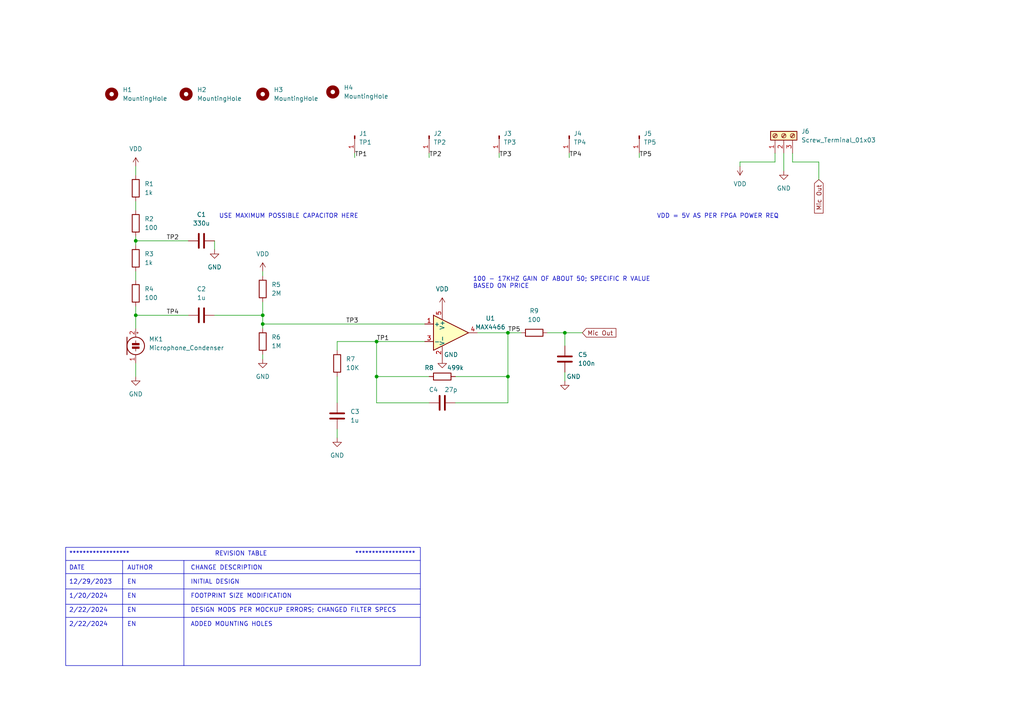
<source format=kicad_sch>
(kicad_sch (version 20230121) (generator eeschema)

  (uuid 571519de-2eb8-4552-bf3a-b048993b617b)

  (paper "A4")

  (title_block
    (title "MICROPHONE SCHEMATIC")
    (rev "D")
    (company "LNVD")
    (comment 1 "AUTHOR: EVAN NEWELL")
  )

  (lib_symbols
    (symbol "Amplifier_Operational:TSV911RILT" (pin_names (offset 0.127)) (in_bom yes) (on_board yes)
      (property "Reference" "U1" (at 11.43 4.1909 0)
        (effects (font (size 1.27 1.27)))
      )
      (property "Value" "MAX4466" (at 11.43 1.6509 0)
        (effects (font (size 1.27 1.27)))
      )
      (property "Footprint" "Library:Mic_Op_Amp" (at 0 0 0)
        (effects (font (size 1.27 1.27)) hide)
      )
      (property "Datasheet" "chrome-extension://efaidnbmnnnibpcajpcglclefindmkaj/https://www.analog.com/media/en/technical-documentation/data-sheets/max4465-max4469.pdf" (at 0 5.08 0)
        (effects (font (size 1.27 1.27)) hide)
      )
      (property "Digikey Part #" "MAX4466EXK+T" (at 0 0 0)
        (effects (font (size 1.27 1.27)) hide)
      )
      (property "Price" "$0.90" (at 0 0 0)
        (effects (font (size 1.27 1.27)) hide)
      )
      (property "ki_keywords" "single opamp" (at 0 0 0)
        (effects (font (size 1.27 1.27)) hide)
      )
      (property "ki_description" "Single rail-to-rail input/output 8 MHz operational amplifiers, SOT-23-5" (at 0 0 0)
        (effects (font (size 1.27 1.27)) hide)
      )
      (property "ki_fp_filters" "SOT?23*" (at 0 0 0)
        (effects (font (size 1.27 1.27)) hide)
      )
      (symbol "TSV911RILT_0_1"
        (polyline
          (pts
            (xy -5.08 5.08)
            (xy 5.08 0)
            (xy -5.08 -5.08)
            (xy -5.08 5.08)
          )
          (stroke (width 0.254) (type default))
          (fill (type background))
        )
      )
      (symbol "TSV911RILT_1_1"
        (pin input line (at -7.62 2.54 0) (length 2.54)
          (name "+" (effects (font (size 1.27 1.27))))
          (number "1" (effects (font (size 1.27 1.27))))
        )
        (pin power_in line (at -2.54 -7.62 90) (length 3.81)
          (name "V-" (effects (font (size 1.27 1.27))))
          (number "2" (effects (font (size 1.27 1.27))))
        )
        (pin input line (at -7.62 -2.54 0) (length 2.54)
          (name "-" (effects (font (size 1.27 1.27))))
          (number "3" (effects (font (size 1.27 1.27))))
        )
        (pin output line (at 7.62 0 180) (length 2.54)
          (name "~" (effects (font (size 1.27 1.27))))
          (number "4" (effects (font (size 1.27 1.27))))
        )
        (pin power_in line (at -2.54 7.62 270) (length 3.81)
          (name "V+" (effects (font (size 1.27 1.27))))
          (number "5" (effects (font (size 1.27 1.27))))
        )
      )
    )
    (symbol "Connector:Conn_01x01_Pin" (pin_names (offset 1.016) hide) (in_bom yes) (on_board yes)
      (property "Reference" "J" (at 0 2.54 0)
        (effects (font (size 1.27 1.27)))
      )
      (property "Value" "Conn_01x01_Pin" (at 0 -2.54 0)
        (effects (font (size 1.27 1.27)))
      )
      (property "Footprint" "" (at 0 0 0)
        (effects (font (size 1.27 1.27)) hide)
      )
      (property "Datasheet" "~" (at 0 0 0)
        (effects (font (size 1.27 1.27)) hide)
      )
      (property "ki_locked" "" (at 0 0 0)
        (effects (font (size 1.27 1.27)))
      )
      (property "ki_keywords" "connector" (at 0 0 0)
        (effects (font (size 1.27 1.27)) hide)
      )
      (property "ki_description" "Generic connector, single row, 01x01, script generated" (at 0 0 0)
        (effects (font (size 1.27 1.27)) hide)
      )
      (property "ki_fp_filters" "Connector*:*_1x??_*" (at 0 0 0)
        (effects (font (size 1.27 1.27)) hide)
      )
      (symbol "Conn_01x01_Pin_1_1"
        (polyline
          (pts
            (xy 1.27 0)
            (xy 0.8636 0)
          )
          (stroke (width 0.1524) (type default))
          (fill (type none))
        )
        (rectangle (start 0.8636 0.127) (end 0 -0.127)
          (stroke (width 0.1524) (type default))
          (fill (type outline))
        )
        (pin passive line (at 5.08 0 180) (length 3.81)
          (name "Pin_1" (effects (font (size 1.27 1.27))))
          (number "1" (effects (font (size 1.27 1.27))))
        )
      )
    )
    (symbol "Connector:Screw_Terminal_01x03" (pin_names (offset 1.016) hide) (in_bom yes) (on_board yes)
      (property "Reference" "J" (at 0 5.08 0)
        (effects (font (size 1.27 1.27)))
      )
      (property "Value" "Screw_Terminal_01x03" (at 0 -5.08 0)
        (effects (font (size 1.27 1.27)))
      )
      (property "Footprint" "" (at 0 0 0)
        (effects (font (size 1.27 1.27)) hide)
      )
      (property "Datasheet" "~" (at 0 0 0)
        (effects (font (size 1.27 1.27)) hide)
      )
      (property "ki_keywords" "screw terminal" (at 0 0 0)
        (effects (font (size 1.27 1.27)) hide)
      )
      (property "ki_description" "Generic screw terminal, single row, 01x03, script generated (kicad-library-utils/schlib/autogen/connector/)" (at 0 0 0)
        (effects (font (size 1.27 1.27)) hide)
      )
      (property "ki_fp_filters" "TerminalBlock*:*" (at 0 0 0)
        (effects (font (size 1.27 1.27)) hide)
      )
      (symbol "Screw_Terminal_01x03_1_1"
        (rectangle (start -1.27 3.81) (end 1.27 -3.81)
          (stroke (width 0.254) (type default))
          (fill (type background))
        )
        (circle (center 0 -2.54) (radius 0.635)
          (stroke (width 0.1524) (type default))
          (fill (type none))
        )
        (polyline
          (pts
            (xy -0.5334 -2.2098)
            (xy 0.3302 -3.048)
          )
          (stroke (width 0.1524) (type default))
          (fill (type none))
        )
        (polyline
          (pts
            (xy -0.5334 0.3302)
            (xy 0.3302 -0.508)
          )
          (stroke (width 0.1524) (type default))
          (fill (type none))
        )
        (polyline
          (pts
            (xy -0.5334 2.8702)
            (xy 0.3302 2.032)
          )
          (stroke (width 0.1524) (type default))
          (fill (type none))
        )
        (polyline
          (pts
            (xy -0.3556 -2.032)
            (xy 0.508 -2.8702)
          )
          (stroke (width 0.1524) (type default))
          (fill (type none))
        )
        (polyline
          (pts
            (xy -0.3556 0.508)
            (xy 0.508 -0.3302)
          )
          (stroke (width 0.1524) (type default))
          (fill (type none))
        )
        (polyline
          (pts
            (xy -0.3556 3.048)
            (xy 0.508 2.2098)
          )
          (stroke (width 0.1524) (type default))
          (fill (type none))
        )
        (circle (center 0 0) (radius 0.635)
          (stroke (width 0.1524) (type default))
          (fill (type none))
        )
        (circle (center 0 2.54) (radius 0.635)
          (stroke (width 0.1524) (type default))
          (fill (type none))
        )
        (pin passive line (at -5.08 2.54 0) (length 3.81)
          (name "Pin_1" (effects (font (size 1.27 1.27))))
          (number "1" (effects (font (size 1.27 1.27))))
        )
        (pin passive line (at -5.08 0 0) (length 3.81)
          (name "Pin_2" (effects (font (size 1.27 1.27))))
          (number "2" (effects (font (size 1.27 1.27))))
        )
        (pin passive line (at -5.08 -2.54 0) (length 3.81)
          (name "Pin_3" (effects (font (size 1.27 1.27))))
          (number "3" (effects (font (size 1.27 1.27))))
        )
      )
    )
    (symbol "Device:C" (pin_numbers hide) (pin_names (offset 0.254)) (in_bom yes) (on_board yes)
      (property "Reference" "C" (at 0.635 2.54 0)
        (effects (font (size 1.27 1.27)) (justify left))
      )
      (property "Value" "C" (at 0.635 -2.54 0)
        (effects (font (size 1.27 1.27)) (justify left))
      )
      (property "Footprint" "" (at 0.9652 -3.81 0)
        (effects (font (size 1.27 1.27)) hide)
      )
      (property "Datasheet" "~" (at 0 0 0)
        (effects (font (size 1.27 1.27)) hide)
      )
      (property "ki_keywords" "cap capacitor" (at 0 0 0)
        (effects (font (size 1.27 1.27)) hide)
      )
      (property "ki_description" "Unpolarized capacitor" (at 0 0 0)
        (effects (font (size 1.27 1.27)) hide)
      )
      (property "ki_fp_filters" "C_*" (at 0 0 0)
        (effects (font (size 1.27 1.27)) hide)
      )
      (symbol "C_0_1"
        (polyline
          (pts
            (xy -2.032 -0.762)
            (xy 2.032 -0.762)
          )
          (stroke (width 0.508) (type default))
          (fill (type none))
        )
        (polyline
          (pts
            (xy -2.032 0.762)
            (xy 2.032 0.762)
          )
          (stroke (width 0.508) (type default))
          (fill (type none))
        )
      )
      (symbol "C_1_1"
        (pin passive line (at 0 3.81 270) (length 2.794)
          (name "~" (effects (font (size 1.27 1.27))))
          (number "1" (effects (font (size 1.27 1.27))))
        )
        (pin passive line (at 0 -3.81 90) (length 2.794)
          (name "~" (effects (font (size 1.27 1.27))))
          (number "2" (effects (font (size 1.27 1.27))))
        )
      )
    )
    (symbol "Device:Microphone_Condenser" (pin_names (offset 0.0254) hide) (in_bom yes) (on_board yes)
      (property "Reference" "MK" (at -3.302 1.27 0)
        (effects (font (size 1.27 1.27)) (justify right))
      )
      (property "Value" "Microphone_Condenser" (at -3.302 -0.635 0)
        (effects (font (size 1.27 1.27)) (justify right))
      )
      (property "Footprint" "" (at 0 2.54 90)
        (effects (font (size 1.27 1.27)) hide)
      )
      (property "Datasheet" "~" (at 0 2.54 90)
        (effects (font (size 1.27 1.27)) hide)
      )
      (property "ki_keywords" "capacitance condenser microphone" (at 0 0 0)
        (effects (font (size 1.27 1.27)) hide)
      )
      (property "ki_description" "Condenser microphone" (at 0 0 0)
        (effects (font (size 1.27 1.27)) hide)
      )
      (symbol "Microphone_Condenser_0_1"
        (polyline
          (pts
            (xy -2.54 2.54)
            (xy -2.54 -2.54)
          )
          (stroke (width 0.254) (type default))
          (fill (type none))
        )
        (polyline
          (pts
            (xy 0 -0.762)
            (xy 0 -1.524)
          )
          (stroke (width 0) (type default))
          (fill (type none))
        )
        (polyline
          (pts
            (xy 0 0.762)
            (xy 0 1.524)
          )
          (stroke (width 0) (type default))
          (fill (type none))
        )
        (polyline
          (pts
            (xy 0.254 3.81)
            (xy 0.762 3.81)
          )
          (stroke (width 0) (type default))
          (fill (type none))
        )
        (polyline
          (pts
            (xy 0.508 4.064)
            (xy 0.508 3.556)
          )
          (stroke (width 0) (type default))
          (fill (type none))
        )
        (circle (center 0 0) (radius 2.54)
          (stroke (width 0.254) (type default))
          (fill (type none))
        )
        (rectangle (start 1.016 -0.254) (end -1.016 -0.762)
          (stroke (width 0) (type default))
          (fill (type outline))
        )
        (rectangle (start 1.016 0.762) (end -1.016 0.254)
          (stroke (width 0) (type default))
          (fill (type outline))
        )
      )
      (symbol "Microphone_Condenser_1_1"
        (pin passive line (at 0 -5.08 90) (length 2.54)
          (name "-" (effects (font (size 1.27 1.27))))
          (number "1" (effects (font (size 1.27 1.27))))
        )
        (pin passive line (at 0 5.08 270) (length 2.54)
          (name "+" (effects (font (size 1.27 1.27))))
          (number "2" (effects (font (size 1.27 1.27))))
        )
      )
    )
    (symbol "Device:R" (pin_numbers hide) (pin_names (offset 0)) (in_bom yes) (on_board yes)
      (property "Reference" "R" (at 2.032 0 90)
        (effects (font (size 1.27 1.27)))
      )
      (property "Value" "R" (at 0 0 90)
        (effects (font (size 1.27 1.27)))
      )
      (property "Footprint" "" (at -1.778 0 90)
        (effects (font (size 1.27 1.27)) hide)
      )
      (property "Datasheet" "~" (at 0 0 0)
        (effects (font (size 1.27 1.27)) hide)
      )
      (property "ki_keywords" "R res resistor" (at 0 0 0)
        (effects (font (size 1.27 1.27)) hide)
      )
      (property "ki_description" "Resistor" (at 0 0 0)
        (effects (font (size 1.27 1.27)) hide)
      )
      (property "ki_fp_filters" "R_*" (at 0 0 0)
        (effects (font (size 1.27 1.27)) hide)
      )
      (symbol "R_0_1"
        (rectangle (start -1.016 -2.54) (end 1.016 2.54)
          (stroke (width 0.254) (type default))
          (fill (type none))
        )
      )
      (symbol "R_1_1"
        (pin passive line (at 0 3.81 270) (length 1.27)
          (name "~" (effects (font (size 1.27 1.27))))
          (number "1" (effects (font (size 1.27 1.27))))
        )
        (pin passive line (at 0 -3.81 90) (length 1.27)
          (name "~" (effects (font (size 1.27 1.27))))
          (number "2" (effects (font (size 1.27 1.27))))
        )
      )
    )
    (symbol "Mechanical:MountingHole" (pin_names (offset 1.016)) (in_bom yes) (on_board yes)
      (property "Reference" "H" (at 0 5.08 0)
        (effects (font (size 1.27 1.27)))
      )
      (property "Value" "MountingHole" (at 0 3.175 0)
        (effects (font (size 1.27 1.27)))
      )
      (property "Footprint" "" (at 0 0 0)
        (effects (font (size 1.27 1.27)) hide)
      )
      (property "Datasheet" "~" (at 0 0 0)
        (effects (font (size 1.27 1.27)) hide)
      )
      (property "ki_keywords" "mounting hole" (at 0 0 0)
        (effects (font (size 1.27 1.27)) hide)
      )
      (property "ki_description" "Mounting Hole without connection" (at 0 0 0)
        (effects (font (size 1.27 1.27)) hide)
      )
      (property "ki_fp_filters" "MountingHole*" (at 0 0 0)
        (effects (font (size 1.27 1.27)) hide)
      )
      (symbol "MountingHole_0_1"
        (circle (center 0 0) (radius 1.27)
          (stroke (width 1.27) (type default))
          (fill (type none))
        )
      )
    )
    (symbol "power:GND" (power) (pin_names (offset 0)) (in_bom yes) (on_board yes)
      (property "Reference" "#PWR" (at 0 -6.35 0)
        (effects (font (size 1.27 1.27)) hide)
      )
      (property "Value" "GND" (at 0 -3.81 0)
        (effects (font (size 1.27 1.27)))
      )
      (property "Footprint" "" (at 0 0 0)
        (effects (font (size 1.27 1.27)) hide)
      )
      (property "Datasheet" "" (at 0 0 0)
        (effects (font (size 1.27 1.27)) hide)
      )
      (property "ki_keywords" "global power" (at 0 0 0)
        (effects (font (size 1.27 1.27)) hide)
      )
      (property "ki_description" "Power symbol creates a global label with name \"GND\" , ground" (at 0 0 0)
        (effects (font (size 1.27 1.27)) hide)
      )
      (symbol "GND_0_1"
        (polyline
          (pts
            (xy 0 0)
            (xy 0 -1.27)
            (xy 1.27 -1.27)
            (xy 0 -2.54)
            (xy -1.27 -1.27)
            (xy 0 -1.27)
          )
          (stroke (width 0) (type default))
          (fill (type none))
        )
      )
      (symbol "GND_1_1"
        (pin power_in line (at 0 0 270) (length 0) hide
          (name "GND" (effects (font (size 1.27 1.27))))
          (number "1" (effects (font (size 1.27 1.27))))
        )
      )
    )
    (symbol "power:VDD" (power) (pin_names (offset 0)) (in_bom yes) (on_board yes)
      (property "Reference" "#PWR" (at 0 -3.81 0)
        (effects (font (size 1.27 1.27)) hide)
      )
      (property "Value" "VDD" (at 0 3.81 0)
        (effects (font (size 1.27 1.27)))
      )
      (property "Footprint" "" (at 0 0 0)
        (effects (font (size 1.27 1.27)) hide)
      )
      (property "Datasheet" "" (at 0 0 0)
        (effects (font (size 1.27 1.27)) hide)
      )
      (property "ki_keywords" "global power" (at 0 0 0)
        (effects (font (size 1.27 1.27)) hide)
      )
      (property "ki_description" "Power symbol creates a global label with name \"VDD\"" (at 0 0 0)
        (effects (font (size 1.27 1.27)) hide)
      )
      (symbol "VDD_0_1"
        (polyline
          (pts
            (xy -0.762 1.27)
            (xy 0 2.54)
          )
          (stroke (width 0) (type default))
          (fill (type none))
        )
        (polyline
          (pts
            (xy 0 0)
            (xy 0 2.54)
          )
          (stroke (width 0) (type default))
          (fill (type none))
        )
        (polyline
          (pts
            (xy 0 2.54)
            (xy 0.762 1.27)
          )
          (stroke (width 0) (type default))
          (fill (type none))
        )
      )
      (symbol "VDD_1_1"
        (pin power_in line (at 0 0 90) (length 0) hide
          (name "VDD" (effects (font (size 1.27 1.27))))
          (number "1" (effects (font (size 1.27 1.27))))
        )
      )
    )
  )

  (junction (at 39.37 91.44) (diameter 0) (color 0 0 0 0)
    (uuid 2f56f7c9-394f-4255-802a-1e0694fde849)
  )
  (junction (at 39.37 69.85) (diameter 0) (color 0 0 0 0)
    (uuid 589e516c-c88d-4e51-ab9f-a88c2bfd3a15)
  )
  (junction (at 109.22 109.22) (diameter 0) (color 0 0 0 0)
    (uuid 6eaa23c2-72ab-4211-a46a-65e526106bd9)
  )
  (junction (at 147.32 96.52) (diameter 0) (color 0 0 0 0)
    (uuid 9d6e953f-d34a-4592-8628-e11865b5a1be)
  )
  (junction (at 147.32 109.22) (diameter 0) (color 0 0 0 0)
    (uuid ca528db7-21d0-46c7-bb86-dcf005610b07)
  )
  (junction (at 76.2 91.44) (diameter 0) (color 0 0 0 0)
    (uuid cdb7ab73-1195-46a1-9a97-92f7a2f0bbee)
  )
  (junction (at 109.22 99.06) (diameter 0) (color 0 0 0 0)
    (uuid d7cdf9c1-6e75-4c05-93a5-b5735f32ecc1)
  )
  (junction (at 163.83 96.52) (diameter 0) (color 0 0 0 0)
    (uuid ea54582b-4a74-4918-aff1-b0b4e0273c3f)
  )
  (junction (at 76.2 93.98) (diameter 0) (color 0 0 0 0)
    (uuid f8499a2c-e379-435a-8705-336e722e69aa)
  )

  (wire (pts (xy 39.37 78.74) (xy 39.37 81.28))
    (stroke (width 0) (type default))
    (uuid 058fb24e-6228-4d00-bcf3-8481b6000148)
  )
  (wire (pts (xy 237.49 52.07) (xy 237.49 46.99))
    (stroke (width 0) (type default))
    (uuid 0a4166fb-1fc7-466d-bda5-1b201a8dea47)
  )
  (wire (pts (xy 109.22 99.06) (xy 123.19 99.06))
    (stroke (width 0) (type default))
    (uuid 0acbd19d-d772-46af-b753-2e89e394b631)
  )
  (wire (pts (xy 76.2 93.98) (xy 123.19 93.98))
    (stroke (width 0) (type default))
    (uuid 0b78a5d2-6936-40b1-be79-53cefa7345dc)
  )
  (polyline (pts (xy 53.34 162.56) (xy 53.34 193.04))
    (stroke (width 0) (type default))
    (uuid 0c436b25-cc4e-4814-8784-aa93cd99f9a7)
  )

  (wire (pts (xy 62.23 72.39) (xy 62.23 69.85))
    (stroke (width 0) (type default))
    (uuid 10124c87-80d7-49fd-b89d-619c7de5c06e)
  )
  (polyline (pts (xy 19.05 166.37) (xy 121.92 166.37))
    (stroke (width 0) (type default))
    (uuid 21ba456d-6802-409c-a824-3c5765aeaf4c)
  )

  (wire (pts (xy 39.37 88.9) (xy 39.37 91.44))
    (stroke (width 0) (type default))
    (uuid 26a948c0-3034-4405-9fe3-ccb47055d4de)
  )
  (wire (pts (xy 163.83 96.52) (xy 168.91 96.52))
    (stroke (width 0) (type default))
    (uuid 2ace1c2e-59ec-42f0-baf6-fdb5b14dd5a2)
  )
  (wire (pts (xy 124.46 116.84) (xy 109.22 116.84))
    (stroke (width 0) (type default))
    (uuid 38c2a51a-ce5b-446c-97e1-b7f5836ca04e)
  )
  (wire (pts (xy 214.63 46.99) (xy 214.63 48.26))
    (stroke (width 0) (type default))
    (uuid 3c452847-4d96-4cee-9c78-a41b87ec8ec3)
  )
  (wire (pts (xy 76.2 104.14) (xy 76.2 102.87))
    (stroke (width 0) (type default))
    (uuid 3ce5a339-d126-4bfa-9c47-9aba9a9ab628)
  )
  (wire (pts (xy 151.13 96.52) (xy 147.32 96.52))
    (stroke (width 0) (type default))
    (uuid 49c70d29-ef6b-40a8-9f6c-000ada0f8597)
  )
  (wire (pts (xy 39.37 69.85) (xy 39.37 71.12))
    (stroke (width 0) (type default))
    (uuid 50461457-d2ac-47b6-9413-76928b8c300b)
  )
  (wire (pts (xy 144.78 45.72) (xy 144.78 44.45))
    (stroke (width 0) (type default))
    (uuid 5d1e75d9-ab19-45c0-bf05-9931754e5cc1)
  )
  (wire (pts (xy 109.22 109.22) (xy 124.46 109.22))
    (stroke (width 0) (type default))
    (uuid 5ea7ba68-c87a-41dc-8b42-2e7fd6ea8945)
  )
  (wire (pts (xy 224.79 46.99) (xy 224.79 44.45))
    (stroke (width 0) (type default))
    (uuid 66ab87f1-a3b1-4cd0-b942-dd58e1b890a1)
  )
  (wire (pts (xy 76.2 93.98) (xy 76.2 95.25))
    (stroke (width 0) (type default))
    (uuid 695c3065-392b-4c98-ac80-5394bccb4d0e)
  )
  (wire (pts (xy 147.32 109.22) (xy 132.08 109.22))
    (stroke (width 0) (type default))
    (uuid 6a7c7d02-31ea-405b-b55a-dcad3da7d4ea)
  )
  (wire (pts (xy 39.37 48.26) (xy 39.37 50.8))
    (stroke (width 0) (type default))
    (uuid 6b2219b8-97f6-4470-8b57-33d1319ccb8f)
  )
  (wire (pts (xy 147.32 116.84) (xy 147.32 109.22))
    (stroke (width 0) (type default))
    (uuid 6ce831eb-899c-4036-9ae9-6623e26a3add)
  )
  (wire (pts (xy 147.32 96.52) (xy 147.32 109.22))
    (stroke (width 0) (type default))
    (uuid 813eca34-7196-4baf-ab52-4d6289c4bf0e)
  )
  (wire (pts (xy 138.43 96.52) (xy 147.32 96.52))
    (stroke (width 0) (type default))
    (uuid 8215cad1-5e0d-43cc-a78d-e998c598acc8)
  )
  (wire (pts (xy 124.46 45.72) (xy 124.46 44.45))
    (stroke (width 0) (type default))
    (uuid 83271716-aa57-4709-a50b-ef3356ac48fd)
  )
  (wire (pts (xy 97.79 101.6) (xy 97.79 99.06))
    (stroke (width 0) (type default))
    (uuid 916f536d-00f6-439c-99a5-35edeae8fdd1)
  )
  (wire (pts (xy 97.79 127) (xy 97.79 124.46))
    (stroke (width 0) (type default))
    (uuid 92b970c3-1be4-4f52-8b1e-189027fae94f)
  )
  (wire (pts (xy 214.63 46.99) (xy 224.79 46.99))
    (stroke (width 0) (type default))
    (uuid 92ccabc5-adf3-4e29-8997-e2222a523d1a)
  )
  (wire (pts (xy 109.22 99.06) (xy 109.22 109.22))
    (stroke (width 0) (type default))
    (uuid 972cfbdf-6bbe-4e5e-a519-9b7c9bfdc946)
  )
  (wire (pts (xy 163.83 96.52) (xy 163.83 100.33))
    (stroke (width 0) (type default))
    (uuid 97b575fb-4f42-4986-b0f4-bdc7f3d37c46)
  )
  (wire (pts (xy 39.37 109.22) (xy 39.37 105.41))
    (stroke (width 0) (type default))
    (uuid 9872d244-dd0f-40f7-be45-60e1df9b3b2c)
  )
  (wire (pts (xy 132.08 116.84) (xy 147.32 116.84))
    (stroke (width 0) (type default))
    (uuid 9b9237c3-8f83-4146-82b8-c71a618ab728)
  )
  (polyline (pts (xy 19.05 162.56) (xy 121.92 162.56))
    (stroke (width 0) (type default))
    (uuid 9bb3661c-aacd-4dd4-8a9d-7151c9e00f5b)
  )

  (wire (pts (xy 76.2 87.63) (xy 76.2 91.44))
    (stroke (width 0) (type default))
    (uuid 9ee69d0a-f3e0-4f21-a885-5d29a3dda0d8)
  )
  (wire (pts (xy 39.37 68.58) (xy 39.37 69.85))
    (stroke (width 0) (type default))
    (uuid a38153b3-e05e-4e9e-93d8-e247d19f7e22)
  )
  (wire (pts (xy 39.37 58.42) (xy 39.37 60.96))
    (stroke (width 0) (type default))
    (uuid a442eca6-3b99-4e31-9a05-771e3cbdea93)
  )
  (polyline (pts (xy 19.05 175.26) (xy 121.92 175.26))
    (stroke (width 0) (type default))
    (uuid a4d2d666-e994-4be6-95ad-75a80a4f22a0)
  )
  (polyline (pts (xy 35.56 162.56) (xy 35.56 193.04))
    (stroke (width 0) (type default))
    (uuid a9c77a76-2b59-42b5-9c3a-2a5f4ec1fee0)
  )
  (polyline (pts (xy 19.05 179.07) (xy 121.92 179.07))
    (stroke (width 0) (type default))
    (uuid abb03ba4-c1a4-4305-8642-17df15f3026b)
  )
  (polyline (pts (xy 19.05 170.815) (xy 121.92 170.815))
    (stroke (width 0) (type default))
    (uuid b0083fa7-d874-45bf-bbe6-9ef1a899bb4e)
  )

  (wire (pts (xy 227.33 49.53) (xy 227.33 44.45))
    (stroke (width 0) (type default))
    (uuid b9161542-a5bb-4209-8a75-0aa67201e924)
  )
  (wire (pts (xy 39.37 91.44) (xy 39.37 95.25))
    (stroke (width 0) (type default))
    (uuid bc68ef61-6d78-4e10-b2f1-3d0c9d7f9b8b)
  )
  (wire (pts (xy 163.83 110.49) (xy 163.83 107.95))
    (stroke (width 0) (type default))
    (uuid bf2aff6c-59b2-4bac-86f2-60bc9adb2fe8)
  )
  (wire (pts (xy 165.1 45.72) (xy 165.1 44.45))
    (stroke (width 0) (type default))
    (uuid c1aec1c3-41fa-4029-9755-5d75d86d5d9c)
  )
  (wire (pts (xy 237.49 46.99) (xy 229.87 46.99))
    (stroke (width 0) (type default))
    (uuid c201a823-b1bd-4b1e-b449-b07c3d32088e)
  )
  (wire (pts (xy 76.2 78.74) (xy 76.2 80.01))
    (stroke (width 0) (type default))
    (uuid c8d9d2c4-88a3-4dfb-9ac8-2ed55bfc8bd0)
  )
  (wire (pts (xy 39.37 91.44) (xy 54.61 91.44))
    (stroke (width 0) (type default))
    (uuid cce14976-2f45-4b1d-baab-dc94b9848eb8)
  )
  (wire (pts (xy 102.87 45.72) (xy 102.87 44.45))
    (stroke (width 0) (type default))
    (uuid d7040721-b59b-480e-b6d8-09dc698b9b0f)
  )
  (wire (pts (xy 76.2 91.44) (xy 76.2 93.98))
    (stroke (width 0) (type default))
    (uuid d88b3a2f-d5bc-487c-8e81-b09466d444b5)
  )
  (wire (pts (xy 229.87 46.99) (xy 229.87 44.45))
    (stroke (width 0) (type default))
    (uuid dac6dabd-65e5-441d-9bf0-67942fbf1598)
  )
  (wire (pts (xy 185.42 45.72) (xy 185.42 44.45))
    (stroke (width 0) (type default))
    (uuid dd954b27-5cff-41af-936c-08a570ccb4c5)
  )
  (wire (pts (xy 158.75 96.52) (xy 163.83 96.52))
    (stroke (width 0) (type default))
    (uuid e022d902-42d7-42e9-bf9c-60a1e46969d3)
  )
  (wire (pts (xy 97.79 109.22) (xy 97.79 116.84))
    (stroke (width 0) (type default))
    (uuid e3e06534-8bbc-421d-aa5c-173d960127ee)
  )
  (wire (pts (xy 54.61 69.85) (xy 39.37 69.85))
    (stroke (width 0) (type default))
    (uuid f68d657f-6533-45f5-ac39-1aa51d3251c5)
  )
  (wire (pts (xy 97.79 99.06) (xy 109.22 99.06))
    (stroke (width 0) (type default))
    (uuid fd5e0b20-413a-428f-9a1c-81d141cb974b)
  )
  (wire (pts (xy 109.22 109.22) (xy 109.22 116.84))
    (stroke (width 0) (type default))
    (uuid fe6353e3-fc2c-49b8-a310-d1146f131805)
  )
  (wire (pts (xy 62.23 91.44) (xy 76.2 91.44))
    (stroke (width 0) (type default))
    (uuid fe6a2aa2-c6f0-49e7-9b90-af011321bcae)
  )

  (text_box "******************				  REVISION TABLE				  ******************\n	\nDATE		  AUTHOR		CHANGE DESCRIPTION\n\n12/29/2023	  EN			INITIAL DESIGN\n\n1/20/2024	  EN			FOOTPRINT SIZE MODIFICATION\n\n2/22/2024	  EN			DESIGN MODS PER MOCKUP ERRORS; CHANGED FILTER SPECS\n\n2/22/2024	  EN			ADDED MOUNTING HOLES"
    (at 19.05 158.75 0) (size 102.87 34.29)
    (stroke (width 0) (type default))
    (fill (type none))
    (effects (font (size 1.27 1.27)) (justify left top))
    (uuid 46a13f31-3d36-4f16-8ba1-41506d5df85c)
  )

  (text "VDD = 5V AS PER FPGA POWER REQ" (at 190.5 63.5 0)
    (effects (font (size 1.27 1.27)) (justify left bottom))
    (uuid 376e1aa6-1c0a-4c76-af3e-c8f181143656)
  )
  (text "100 - 17KHZ GAIN OF ABOUT 50; SPECIFIC R VALUE\nBASED ON PRICE"
    (at 137.16 83.82 0)
    (effects (font (size 1.27 1.27)) (justify left bottom))
    (uuid 7a747be9-f068-4b15-8a03-48f01970e6b1)
  )
  (text "USE MAXIMUM POSSIBLE CAPACITOR HERE " (at 63.5 63.5 0)
    (effects (font (size 1.27 1.27)) (justify left bottom))
    (uuid fc3b8a7e-2acf-4721-86cb-fc09718e3217)
  )

  (label "TP4" (at 48.26 91.44 0) (fields_autoplaced)
    (effects (font (size 1.27 1.27)) (justify left bottom))
    (uuid 235dcca0-6339-4932-8011-3b53f0ffeed5)
  )
  (label "TP4" (at 165.1 45.72 0) (fields_autoplaced)
    (effects (font (size 1.27 1.27)) (justify left bottom))
    (uuid 6fcfc910-fea4-4038-bd87-e86845ce2ac7)
  )
  (label "TP3" (at 144.78 45.72 0) (fields_autoplaced)
    (effects (font (size 1.27 1.27)) (justify left bottom))
    (uuid 82822cc7-60f8-4c04-869e-98a63f532978)
  )
  (label "TP5" (at 147.32 96.52 0) (fields_autoplaced)
    (effects (font (size 1.27 1.27)) (justify left bottom))
    (uuid 9191baaa-ac7e-4540-8666-9d53ae33f16e)
  )
  (label "TP3" (at 100.33 93.98 0) (fields_autoplaced)
    (effects (font (size 1.27 1.27)) (justify left bottom))
    (uuid 9757b2ce-3945-4682-8e13-2283c4d932ea)
  )
  (label "TP1" (at 102.87 45.72 0) (fields_autoplaced)
    (effects (font (size 1.27 1.27)) (justify left bottom))
    (uuid 9fd81471-a5be-4fce-bf42-dc5aa12b151b)
  )
  (label "TP2" (at 48.26 69.85 0) (fields_autoplaced)
    (effects (font (size 1.27 1.27)) (justify left bottom))
    (uuid aab68071-2909-4918-a8ec-1678cf7f1fcb)
  )
  (label "TP1" (at 109.22 99.06 0) (fields_autoplaced)
    (effects (font (size 1.27 1.27)) (justify left bottom))
    (uuid b9629f90-3ec2-407d-8a85-0cc9c2f60526)
  )
  (label "TP2" (at 124.46 45.72 0) (fields_autoplaced)
    (effects (font (size 1.27 1.27)) (justify left bottom))
    (uuid f0154702-a343-44d3-b338-37645d0f96a6)
  )
  (label "TP5" (at 185.42 45.72 0) (fields_autoplaced)
    (effects (font (size 1.27 1.27)) (justify left bottom))
    (uuid f8a32d00-359c-475a-a79d-c67345c9c62a)
  )

  (global_label "Mic Out" (shape input) (at 168.91 96.52 0) (fields_autoplaced)
    (effects (font (size 1.27 1.27)) (justify left))
    (uuid 2b9ab0a3-ad82-4de0-ad9b-8b5bd2e5abb1)
    (property "Intersheetrefs" "${INTERSHEET_REFS}" (at 179.2128 96.52 0)
      (effects (font (size 1.27 1.27)) (justify left) hide)
    )
  )
  (global_label "Mic Out" (shape input) (at 237.49 52.07 270) (fields_autoplaced)
    (effects (font (size 1.27 1.27)) (justify right))
    (uuid aeb87312-bfcb-4140-baa3-e6d034afc62a)
    (property "Intersheetrefs" "${INTERSHEET_REFS}" (at 237.49 62.3728 90)
      (effects (font (size 1.27 1.27)) (justify right) hide)
    )
  )

  (symbol (lib_id "Mechanical:MountingHole") (at 53.975 27.305 0) (unit 1)
    (in_bom yes) (on_board yes) (dnp no) (fields_autoplaced)
    (uuid 0339915b-804a-4a0d-9020-e41465946298)
    (property "Reference" "H2" (at 57.15 26.035 0)
      (effects (font (size 1.27 1.27)) (justify left))
    )
    (property "Value" "MountingHole" (at 57.15 28.575 0)
      (effects (font (size 1.27 1.27)) (justify left))
    )
    (property "Footprint" "MountingHole:MountingHole_3mm" (at 53.975 27.305 0)
      (effects (font (size 1.27 1.27)) hide)
    )
    (property "Datasheet" "~" (at 53.975 27.305 0)
      (effects (font (size 1.27 1.27)) hide)
    )
    (instances
      (project "Microphone"
        (path "/571519de-2eb8-4552-bf3a-b048993b617b"
          (reference "H2") (unit 1)
        )
      )
    )
  )

  (symbol (lib_id "Connector:Conn_01x01_Pin") (at 102.87 39.37 270) (unit 1)
    (in_bom yes) (on_board yes) (dnp no) (fields_autoplaced)
    (uuid 13095dd7-8abd-4fe3-a4cb-9f663d840053)
    (property "Reference" "J1" (at 104.14 38.735 90)
      (effects (font (size 1.27 1.27)) (justify left))
    )
    (property "Value" "TP1" (at 104.14 41.275 90)
      (effects (font (size 1.27 1.27)) (justify left))
    )
    (property "Footprint" "Library:ADAM-TECH_PH1-01-UA" (at 102.87 39.37 0)
      (effects (font (size 1.27 1.27)) hide)
    )
    (property "Datasheet" "chrome-extension://efaidnbmnnnibpcajpcglclefindmkaj/https://app.adam-tech.com/products/download/data_sheet/201605/ph1-xx-ua-data-sheet.pdf" (at 102.87 39.37 0)
      (effects (font (size 1.27 1.27)) hide)
    )
    (property "Digikey Part #" "PH1-01-UA" (at 102.87 39.37 0)
      (effects (font (size 1.27 1.27)) hide)
    )
    (property "Price" "$0.10" (at 102.87 39.37 0)
      (effects (font (size 1.27 1.27)) hide)
    )
    (pin "1" (uuid 7254c230-eb07-4f2b-be8b-21c5eea1b3f8))
    (instances
      (project "Microphone"
        (path "/571519de-2eb8-4552-bf3a-b048993b617b"
          (reference "J1") (unit 1)
        )
      )
    )
  )

  (symbol (lib_id "Connector:Conn_01x01_Pin") (at 144.78 39.37 270) (unit 1)
    (in_bom yes) (on_board yes) (dnp no) (fields_autoplaced)
    (uuid 187992c8-2db7-43e3-a6cf-1bf6de020549)
    (property "Reference" "J3" (at 146.05 38.735 90)
      (effects (font (size 1.27 1.27)) (justify left))
    )
    (property "Value" "TP3" (at 146.05 41.275 90)
      (effects (font (size 1.27 1.27)) (justify left))
    )
    (property "Footprint" "Library:ADAM-TECH_PH1-01-UA" (at 144.78 39.37 0)
      (effects (font (size 1.27 1.27)) hide)
    )
    (property "Datasheet" "chrome-extension://efaidnbmnnnibpcajpcglclefindmkaj/https://app.adam-tech.com/products/download/data_sheet/201605/ph1-xx-ua-data-sheet.pdf" (at 144.78 39.37 0)
      (effects (font (size 1.27 1.27)) hide)
    )
    (property "Digikey Part #" "PH1-01-UA" (at 144.78 39.37 0)
      (effects (font (size 1.27 1.27)) hide)
    )
    (property "Price" "$0.10" (at 144.78 39.37 0)
      (effects (font (size 1.27 1.27)) hide)
    )
    (pin "1" (uuid 6acd4b8a-0bc2-43e7-942a-c8c125a206b0))
    (instances
      (project "Microphone"
        (path "/571519de-2eb8-4552-bf3a-b048993b617b"
          (reference "J3") (unit 1)
        )
      )
    )
  )

  (symbol (lib_id "power:VDD") (at 214.63 48.26 180) (unit 1)
    (in_bom yes) (on_board yes) (dnp no) (fields_autoplaced)
    (uuid 218150d5-1054-4da1-92ed-55402af95dc2)
    (property "Reference" "#PWR010" (at 214.63 44.45 0)
      (effects (font (size 1.27 1.27)) hide)
    )
    (property "Value" "VDD" (at 214.63 53.34 0)
      (effects (font (size 1.27 1.27)))
    )
    (property "Footprint" "" (at 214.63 48.26 0)
      (effects (font (size 1.27 1.27)) hide)
    )
    (property "Datasheet" "" (at 214.63 48.26 0)
      (effects (font (size 1.27 1.27)) hide)
    )
    (pin "1" (uuid 9cbb6761-21f1-4955-8b08-b6e65080a895))
    (instances
      (project "Microphone"
        (path "/571519de-2eb8-4552-bf3a-b048993b617b"
          (reference "#PWR010") (unit 1)
        )
      )
    )
  )

  (symbol (lib_id "Amplifier_Operational:TSV911RILT") (at 130.81 96.52 0) (unit 1)
    (in_bom yes) (on_board yes) (dnp no) (fields_autoplaced)
    (uuid 21836598-4f3b-478d-ae80-bf9fa189d4c0)
    (property "Reference" "U1" (at 142.24 92.3291 0)
      (effects (font (size 1.27 1.27)))
    )
    (property "Value" "MAX4466" (at 142.24 94.8691 0)
      (effects (font (size 1.27 1.27)))
    )
    (property "Footprint" "Library:Mic_Op_Amp" (at 130.81 96.52 0)
      (effects (font (size 1.27 1.27)) hide)
    )
    (property "Datasheet" "chrome-extension://efaidnbmnnnibpcajpcglclefindmkaj/https://www.analog.com/media/en/technical-documentation/data-sheets/max4465-max4469.pdf" (at 130.81 91.44 0)
      (effects (font (size 1.27 1.27)) hide)
    )
    (property "Digikey Part #" "MAX4466EXK+T" (at 130.81 96.52 0)
      (effects (font (size 1.27 1.27)) hide)
    )
    (property "Price" "$0.90" (at 130.81 96.52 0)
      (effects (font (size 1.27 1.27)) hide)
    )
    (pin "1" (uuid aafdf380-4136-441c-9609-158d84e0be01))
    (pin "2" (uuid 084761de-4cc4-4654-913b-27b528a7b9ad))
    (pin "3" (uuid 8192ec4b-c8fa-418a-8fe0-8fe8804d8440))
    (pin "4" (uuid 1684c828-394d-4b50-b866-54357f39cbea))
    (pin "5" (uuid 9a44c6a6-f30f-4eab-84c6-b6e1f493df7c))
    (instances
      (project "Microphone"
        (path "/571519de-2eb8-4552-bf3a-b048993b617b"
          (reference "U1") (unit 1)
        )
      )
    )
  )

  (symbol (lib_id "Device:R") (at 154.94 96.52 90) (unit 1)
    (in_bom yes) (on_board yes) (dnp no) (fields_autoplaced)
    (uuid 2911d11c-49da-449d-85fa-a30f41e38394)
    (property "Reference" "R9" (at 154.94 90.17 90)
      (effects (font (size 1.27 1.27)))
    )
    (property "Value" "100" (at 154.94 92.71 90)
      (effects (font (size 1.27 1.27)))
    )
    (property "Footprint" "Library:RESC2012X60N" (at 154.94 98.298 90)
      (effects (font (size 1.27 1.27)) hide)
    )
    (property "Datasheet" "https://www.yageo.com/upload/media/product/app/datasheet/rchip/pyu-rc_group_51_rohs_l.pdf" (at 154.94 96.52 0)
      (effects (font (size 1.27 1.27)) hide)
    )
    (property "Digikey Part #" "RC0805FR-07100RL" (at 154.94 96.52 90)
      (effects (font (size 1.27 1.27)) hide)
    )
    (property "Price" "$0.10" (at 154.94 96.52 90)
      (effects (font (size 1.27 1.27)) hide)
    )
    (pin "1" (uuid b882f4b5-e44d-466a-ac8f-91aa5950743d))
    (pin "2" (uuid daa251d3-3031-430c-97e8-2cd7f3cbe986))
    (instances
      (project "Microphone"
        (path "/571519de-2eb8-4552-bf3a-b048993b617b"
          (reference "R9") (unit 1)
        )
      )
    )
  )

  (symbol (lib_id "power:GND") (at 62.23 72.39 0) (unit 1)
    (in_bom yes) (on_board yes) (dnp no) (fields_autoplaced)
    (uuid 2bdbfd86-45a8-457e-b892-de0f6be5a62a)
    (property "Reference" "#PWR03" (at 62.23 78.74 0)
      (effects (font (size 1.27 1.27)) hide)
    )
    (property "Value" "GND" (at 62.23 77.47 0)
      (effects (font (size 1.27 1.27)))
    )
    (property "Footprint" "" (at 62.23 72.39 0)
      (effects (font (size 1.27 1.27)) hide)
    )
    (property "Datasheet" "" (at 62.23 72.39 0)
      (effects (font (size 1.27 1.27)) hide)
    )
    (pin "1" (uuid e6d520dd-28d1-4e7f-9e8c-ab5d9a09dd38))
    (instances
      (project "Microphone"
        (path "/571519de-2eb8-4552-bf3a-b048993b617b"
          (reference "#PWR03") (unit 1)
        )
      )
    )
  )

  (symbol (lib_id "power:VDD") (at 76.2 78.74 0) (unit 1)
    (in_bom yes) (on_board yes) (dnp no) (fields_autoplaced)
    (uuid 2e556dfe-d813-42c1-803d-101748c945b2)
    (property "Reference" "#PWR04" (at 76.2 82.55 0)
      (effects (font (size 1.27 1.27)) hide)
    )
    (property "Value" "VDD" (at 76.2 73.66 0)
      (effects (font (size 1.27 1.27)))
    )
    (property "Footprint" "" (at 76.2 78.74 0)
      (effects (font (size 1.27 1.27)) hide)
    )
    (property "Datasheet" "" (at 76.2 78.74 0)
      (effects (font (size 1.27 1.27)) hide)
    )
    (pin "1" (uuid 0abcaf86-89f0-480c-b611-f792a21426f8))
    (instances
      (project "Microphone"
        (path "/571519de-2eb8-4552-bf3a-b048993b617b"
          (reference "#PWR04") (unit 1)
        )
      )
    )
  )

  (symbol (lib_id "power:VDD") (at 128.27 88.9 0) (unit 1)
    (in_bom yes) (on_board yes) (dnp no) (fields_autoplaced)
    (uuid 2fd6b391-09c6-4316-9d6a-2c96e9aae5c0)
    (property "Reference" "#PWR07" (at 128.27 92.71 0)
      (effects (font (size 1.27 1.27)) hide)
    )
    (property "Value" "VDD" (at 128.27 83.82 0)
      (effects (font (size 1.27 1.27)))
    )
    (property "Footprint" "" (at 128.27 88.9 0)
      (effects (font (size 1.27 1.27)) hide)
    )
    (property "Datasheet" "" (at 128.27 88.9 0)
      (effects (font (size 1.27 1.27)) hide)
    )
    (pin "1" (uuid 9dd02dc4-eb85-4266-a95b-5a77ca9cb6e6))
    (instances
      (project "Microphone"
        (path "/571519de-2eb8-4552-bf3a-b048993b617b"
          (reference "#PWR07") (unit 1)
        )
      )
    )
  )

  (symbol (lib_id "power:GND") (at 227.33 49.53 0) (unit 1)
    (in_bom yes) (on_board yes) (dnp no) (fields_autoplaced)
    (uuid 30ccc412-ed1a-4cee-9dd7-abb87852fb93)
    (property "Reference" "#PWR011" (at 227.33 55.88 0)
      (effects (font (size 1.27 1.27)) hide)
    )
    (property "Value" "GND" (at 227.33 54.61 0)
      (effects (font (size 1.27 1.27)))
    )
    (property "Footprint" "" (at 227.33 49.53 0)
      (effects (font (size 1.27 1.27)) hide)
    )
    (property "Datasheet" "" (at 227.33 49.53 0)
      (effects (font (size 1.27 1.27)) hide)
    )
    (pin "1" (uuid aad02962-7c76-479f-ac40-49814b7cb4ea))
    (instances
      (project "Microphone"
        (path "/571519de-2eb8-4552-bf3a-b048993b617b"
          (reference "#PWR011") (unit 1)
        )
      )
    )
  )

  (symbol (lib_id "Connector:Conn_01x01_Pin") (at 124.46 39.37 270) (unit 1)
    (in_bom yes) (on_board yes) (dnp no) (fields_autoplaced)
    (uuid 3e235765-5faa-4204-bced-96864676d1e8)
    (property "Reference" "J2" (at 125.73 38.735 90)
      (effects (font (size 1.27 1.27)) (justify left))
    )
    (property "Value" "TP2" (at 125.73 41.275 90)
      (effects (font (size 1.27 1.27)) (justify left))
    )
    (property "Footprint" "Library:ADAM-TECH_PH1-01-UA" (at 124.46 39.37 0)
      (effects (font (size 1.27 1.27)) hide)
    )
    (property "Datasheet" "chrome-extension://efaidnbmnnnibpcajpcglclefindmkaj/https://app.adam-tech.com/products/download/data_sheet/201605/ph1-xx-ua-data-sheet.pdf" (at 124.46 39.37 0)
      (effects (font (size 1.27 1.27)) hide)
    )
    (property "Digikey Part #" "PH1-01-UA" (at 124.46 39.37 0)
      (effects (font (size 1.27 1.27)) hide)
    )
    (property "Price" "$0.10" (at 124.46 39.37 0)
      (effects (font (size 1.27 1.27)) hide)
    )
    (pin "1" (uuid 883caeb1-c78f-4430-9822-4e217b08442a))
    (instances
      (project "Microphone"
        (path "/571519de-2eb8-4552-bf3a-b048993b617b"
          (reference "J2") (unit 1)
        )
      )
    )
  )

  (symbol (lib_id "Connector:Screw_Terminal_01x03") (at 227.33 39.37 90) (unit 1)
    (in_bom yes) (on_board yes) (dnp no) (fields_autoplaced)
    (uuid 5508ae16-75bc-4698-9018-3079f84b3fc1)
    (property "Reference" "J6" (at 232.41 38.1 90)
      (effects (font (size 1.27 1.27)) (justify right))
    )
    (property "Value" "Screw_Terminal_01x03" (at 232.41 40.64 90)
      (effects (font (size 1.27 1.27)) (justify right))
    )
    (property "Footprint" "Library:CONN_1984976_PXC" (at 227.33 39.37 0)
      (effects (font (size 1.27 1.27)) hide)
    )
    (property "Datasheet" "https://mm.digikey.com/Volume0/opasdata/d220001/medias/docus/2515/COMBICON%20Spring-Cage%20PCB%20Term.%20Blocks.pdf" (at 227.33 39.37 0)
      (effects (font (size 1.27 1.27)) hide)
    )
    (property "Digikey Part #" "1984976" (at 227.33 39.37 90)
      (effects (font (size 1.27 1.27)) hide)
    )
    (property "Price" "$0.62" (at 227.33 39.37 90)
      (effects (font (size 1.27 1.27)) hide)
    )
    (pin "1" (uuid e1a0481f-4d54-486d-a909-04bb8636f250))
    (pin "2" (uuid d1022c65-1bbf-4eec-917e-3f7276e6bdb1))
    (pin "3" (uuid c6e2376d-7a22-4fd5-b587-25f75fb4ea9f))
    (instances
      (project "Microphone"
        (path "/571519de-2eb8-4552-bf3a-b048993b617b"
          (reference "J6") (unit 1)
        )
      )
    )
  )

  (symbol (lib_id "Device:C") (at 97.79 120.65 0) (unit 1)
    (in_bom yes) (on_board yes) (dnp no) (fields_autoplaced)
    (uuid 685435bd-9e6f-4c8a-9369-d28e1eded49e)
    (property "Reference" "C3" (at 101.6 119.38 0)
      (effects (font (size 1.27 1.27)) (justify left))
    )
    (property "Value" "1u" (at 101.6 121.92 0)
      (effects (font (size 1.27 1.27)) (justify left))
    )
    (property "Footprint" "Library:Cap0805" (at 98.7552 124.46 0)
      (effects (font (size 1.27 1.27)) hide)
    )
    (property "Datasheet" "https://mm.digikey.com/Volume0/opasdata/d220001/medias/docus/1105/CL21B105KAFNNNE_Spec.pdf" (at 97.79 120.65 0)
      (effects (font (size 1.27 1.27)) hide)
    )
    (property "Price" "$0.10" (at 97.79 120.65 0)
      (effects (font (size 1.27 1.27)) hide)
    )
    (property "Digikey Part #" "CL21B105KAFNNNE" (at 97.79 120.65 0)
      (effects (font (size 1.27 1.27)) hide)
    )
    (pin "1" (uuid 5220af11-bd53-46c7-93b1-c247d465b67a))
    (pin "2" (uuid 5f9ebd33-3467-42c2-98b8-222525fe580f))
    (instances
      (project "Microphone"
        (path "/571519de-2eb8-4552-bf3a-b048993b617b"
          (reference "C3") (unit 1)
        )
      )
    )
  )

  (symbol (lib_id "Connector:Conn_01x01_Pin") (at 185.42 39.37 270) (unit 1)
    (in_bom yes) (on_board yes) (dnp no) (fields_autoplaced)
    (uuid 70e95240-2efa-406d-b702-e20d42782baa)
    (property "Reference" "J5" (at 186.69 38.735 90)
      (effects (font (size 1.27 1.27)) (justify left))
    )
    (property "Value" "TP5" (at 186.69 41.275 90)
      (effects (font (size 1.27 1.27)) (justify left))
    )
    (property "Footprint" "Library:ADAM-TECH_PH1-01-UA" (at 185.42 39.37 0)
      (effects (font (size 1.27 1.27)) hide)
    )
    (property "Datasheet" "chrome-extension://efaidnbmnnnibpcajpcglclefindmkaj/https://app.adam-tech.com/products/download/data_sheet/201605/ph1-xx-ua-data-sheet.pdf" (at 185.42 39.37 0)
      (effects (font (size 1.27 1.27)) hide)
    )
    (property "Digikey Part #" "PH1-01-UA" (at 185.42 39.37 90)
      (effects (font (size 1.27 1.27)) hide)
    )
    (property "Price" "$0.10" (at 185.42 39.37 90)
      (effects (font (size 1.27 1.27)) hide)
    )
    (pin "1" (uuid 4894dbe2-0a67-44ff-9229-0c7b31675463))
    (instances
      (project "Microphone"
        (path "/571519de-2eb8-4552-bf3a-b048993b617b"
          (reference "J5") (unit 1)
        )
      )
    )
  )

  (symbol (lib_id "Mechanical:MountingHole") (at 32.385 27.305 0) (unit 1)
    (in_bom yes) (on_board yes) (dnp no) (fields_autoplaced)
    (uuid 710e2baf-46f5-44ff-9f58-459ab8962664)
    (property "Reference" "H1" (at 35.56 26.035 0)
      (effects (font (size 1.27 1.27)) (justify left))
    )
    (property "Value" "MountingHole" (at 35.56 28.575 0)
      (effects (font (size 1.27 1.27)) (justify left))
    )
    (property "Footprint" "MountingHole:MountingHole_3mm" (at 32.385 27.305 0)
      (effects (font (size 1.27 1.27)) hide)
    )
    (property "Datasheet" "~" (at 32.385 27.305 0)
      (effects (font (size 1.27 1.27)) hide)
    )
    (instances
      (project "Microphone"
        (path "/571519de-2eb8-4552-bf3a-b048993b617b"
          (reference "H1") (unit 1)
        )
      )
    )
  )

  (symbol (lib_id "power:GND") (at 39.37 109.22 0) (unit 1)
    (in_bom yes) (on_board yes) (dnp no) (fields_autoplaced)
    (uuid 8b17cfa7-98c8-485c-9224-ddb24cbc9b86)
    (property "Reference" "#PWR02" (at 39.37 115.57 0)
      (effects (font (size 1.27 1.27)) hide)
    )
    (property "Value" "GND" (at 39.37 114.3 0)
      (effects (font (size 1.27 1.27)))
    )
    (property "Footprint" "" (at 39.37 109.22 0)
      (effects (font (size 1.27 1.27)) hide)
    )
    (property "Datasheet" "" (at 39.37 109.22 0)
      (effects (font (size 1.27 1.27)) hide)
    )
    (pin "1" (uuid 52a6f4a2-e0b2-4e3e-8774-25d490101807))
    (instances
      (project "Microphone"
        (path "/571519de-2eb8-4552-bf3a-b048993b617b"
          (reference "#PWR02") (unit 1)
        )
      )
    )
  )

  (symbol (lib_id "Device:C") (at 58.42 91.44 90) (unit 1)
    (in_bom yes) (on_board yes) (dnp no) (fields_autoplaced)
    (uuid 8b657be8-e581-447a-9a05-a2fbcae64b20)
    (property "Reference" "C2" (at 58.42 83.82 90)
      (effects (font (size 1.27 1.27)))
    )
    (property "Value" "1u" (at 58.42 86.36 90)
      (effects (font (size 1.27 1.27)))
    )
    (property "Footprint" "Library:Cap0805" (at 62.23 90.4748 0)
      (effects (font (size 1.27 1.27)) hide)
    )
    (property "Datasheet" "https://mm.digikey.com/Volume0/opasdata/d220001/medias/docus/1105/CL21B105KAFNNNE_Spec.pdf" (at 58.42 91.44 0)
      (effects (font (size 1.27 1.27)) hide)
    )
    (property "Digikey Part #" "CL21B105KAFNNNE" (at 58.42 91.44 90)
      (effects (font (size 1.27 1.27)) hide)
    )
    (property "Price" "$0.10" (at 58.42 91.44 0)
      (effects (font (size 1.27 1.27)) hide)
    )
    (pin "1" (uuid 1cebef28-6602-48ec-9fc9-df257548e3cf))
    (pin "2" (uuid 5414610e-db2f-41fd-b1f7-657802224698))
    (instances
      (project "Microphone"
        (path "/571519de-2eb8-4552-bf3a-b048993b617b"
          (reference "C2") (unit 1)
        )
      )
    )
  )

  (symbol (lib_id "power:GND") (at 97.79 127 0) (unit 1)
    (in_bom yes) (on_board yes) (dnp no) (fields_autoplaced)
    (uuid 8bceeeec-4d51-4b8c-a556-d0e40633a6c7)
    (property "Reference" "#PWR06" (at 97.79 133.35 0)
      (effects (font (size 1.27 1.27)) hide)
    )
    (property "Value" "GND" (at 97.79 132.08 0)
      (effects (font (size 1.27 1.27)))
    )
    (property "Footprint" "" (at 97.79 127 0)
      (effects (font (size 1.27 1.27)) hide)
    )
    (property "Datasheet" "" (at 97.79 127 0)
      (effects (font (size 1.27 1.27)) hide)
    )
    (pin "1" (uuid cb155463-d55d-42a7-b295-4abbb1dc63c0))
    (instances
      (project "Microphone"
        (path "/571519de-2eb8-4552-bf3a-b048993b617b"
          (reference "#PWR06") (unit 1)
        )
      )
    )
  )

  (symbol (lib_id "Device:R") (at 39.37 54.61 0) (unit 1)
    (in_bom yes) (on_board yes) (dnp no) (fields_autoplaced)
    (uuid 926d59a9-4c25-46b4-a22e-87566cc70feb)
    (property "Reference" "R1" (at 41.91 53.34 0)
      (effects (font (size 1.27 1.27)) (justify left))
    )
    (property "Value" "1k" (at 41.91 55.88 0)
      (effects (font (size 1.27 1.27)) (justify left))
    )
    (property "Footprint" "Library:RESC2012X60N" (at 37.592 54.61 90)
      (effects (font (size 1.27 1.27)) hide)
    )
    (property "Datasheet" "~chrome-extension://efaidnbmnnnibpcajpcglclefindmkaj/https://www.seielect.com/catalog/sei-rmcf_rmcp.pdf" (at 39.37 54.61 0)
      (effects (font (size 1.27 1.27)) hide)
    )
    (property "Digikey Part #" "RMCF0805FT1K00" (at 39.37 54.61 0)
      (effects (font (size 1.27 1.27)) hide)
    )
    (property "Price" "$0.10" (at 39.37 54.61 0)
      (effects (font (size 1.27 1.27)) hide)
    )
    (pin "1" (uuid efe4bc41-1ca0-4727-8ad3-458c07f25d3d))
    (pin "2" (uuid cf1c72fe-57ac-4459-a8df-c3c3abacae2a))
    (instances
      (project "Microphone"
        (path "/571519de-2eb8-4552-bf3a-b048993b617b"
          (reference "R1") (unit 1)
        )
      )
    )
  )

  (symbol (lib_id "Device:Microphone_Condenser") (at 39.37 100.33 0) (unit 1)
    (in_bom yes) (on_board yes) (dnp no) (fields_autoplaced)
    (uuid 932b680f-491f-4bca-a439-ead8a2c8aca8)
    (property "Reference" "MK1" (at 43.18 98.3615 0)
      (effects (font (size 1.27 1.27)) (justify left))
    )
    (property "Value" "Microphone_Condenser" (at 43.18 100.9015 0)
      (effects (font (size 1.27 1.27)) (justify left))
    )
    (property "Footprint" "Library:CMA_CUI_9P7X9P7_CUD" (at 39.37 97.79 90)
      (effects (font (size 1.27 1.27)) hide)
    )
    (property "Datasheet" "https://www.cuidevices.com/product/resource/cma-6542pf.pdf" (at 39.37 97.79 90)
      (effects (font (size 1.27 1.27)) hide)
    )
    (property "Digikey Part #" "CMA-6524PF" (at 39.37 100.33 0)
      (effects (font (size 1.27 1.27)) hide)
    )
    (property "Price" "$0.78" (at 39.37 100.33 0)
      (effects (font (size 1.27 1.27)) hide)
    )
    (pin "1" (uuid e02cdca3-6817-48e5-a635-50a2451b8f8f))
    (pin "2" (uuid 1f17b3bc-c6c2-4655-aeb3-56e367aa1979))
    (instances
      (project "Microphone"
        (path "/571519de-2eb8-4552-bf3a-b048993b617b"
          (reference "MK1") (unit 1)
        )
      )
    )
  )

  (symbol (lib_id "Connector:Conn_01x01_Pin") (at 165.1 39.37 270) (unit 1)
    (in_bom yes) (on_board yes) (dnp no) (fields_autoplaced)
    (uuid 96ab282a-dcaa-4125-b789-63f0ee5b76e7)
    (property "Reference" "J4" (at 166.37 38.735 90)
      (effects (font (size 1.27 1.27)) (justify left))
    )
    (property "Value" "TP4" (at 166.37 41.275 90)
      (effects (font (size 1.27 1.27)) (justify left))
    )
    (property "Footprint" "Library:ADAM-TECH_PH1-01-UA" (at 165.1 39.37 0)
      (effects (font (size 1.27 1.27)) hide)
    )
    (property "Datasheet" "chrome-extension://efaidnbmnnnibpcajpcglclefindmkaj/https://app.adam-tech.com/products/download/data_sheet/201605/ph1-xx-ua-data-sheet.pdf" (at 165.1 39.37 0)
      (effects (font (size 1.27 1.27)) hide)
    )
    (property "Digikey Part #" "PH1-01-UA" (at 165.1 39.37 0)
      (effects (font (size 1.27 1.27)) hide)
    )
    (property "Price" "$0.10" (at 165.1 39.37 0)
      (effects (font (size 1.27 1.27)) hide)
    )
    (pin "1" (uuid 429fdcbe-1c40-4ae7-a8fb-b31936dca491))
    (instances
      (project "Microphone"
        (path "/571519de-2eb8-4552-bf3a-b048993b617b"
          (reference "J4") (unit 1)
        )
      )
    )
  )

  (symbol (lib_id "Device:R") (at 97.79 105.41 0) (unit 1)
    (in_bom yes) (on_board yes) (dnp no) (fields_autoplaced)
    (uuid 9c8b7a5d-f413-415c-b0af-18890dfb08e0)
    (property "Reference" "R7" (at 100.33 104.14 0)
      (effects (font (size 1.27 1.27)) (justify left))
    )
    (property "Value" "10K" (at 100.33 106.68 0)
      (effects (font (size 1.27 1.27)) (justify left))
    )
    (property "Footprint" "Library:RESC2012X60N" (at 96.012 105.41 90)
      (effects (font (size 1.27 1.27)) hide)
    )
    (property "Datasheet" "~chrome-extension://efaidnbmnnnibpcajpcglclefindmkaj/https://www.seielect.com/catalog/sei-rmcf_rmcp.pdf" (at 97.79 105.41 0)
      (effects (font (size 1.27 1.27)) hide)
    )
    (property "Digikey Part #" "RMCF0805FT10K0" (at 97.79 105.41 0)
      (effects (font (size 1.27 1.27)) hide)
    )
    (property "Price" "$0.10" (at 97.79 105.41 0)
      (effects (font (size 1.27 1.27)) hide)
    )
    (pin "1" (uuid abf4d2f6-1435-4718-8b6b-aca3eb3a15f8))
    (pin "2" (uuid ba34be5e-2ef1-434f-803b-5c3076f7686b))
    (instances
      (project "Microphone"
        (path "/571519de-2eb8-4552-bf3a-b048993b617b"
          (reference "R7") (unit 1)
        )
      )
    )
  )

  (symbol (lib_id "Device:C") (at 163.83 104.14 0) (unit 1)
    (in_bom yes) (on_board yes) (dnp no) (fields_autoplaced)
    (uuid 9e2c0471-e59d-4e22-8f26-271ca362bbd1)
    (property "Reference" "C5" (at 167.64 102.87 0)
      (effects (font (size 1.27 1.27)) (justify left))
    )
    (property "Value" "100n" (at 167.64 105.41 0)
      (effects (font (size 1.27 1.27)) (justify left))
    )
    (property "Footprint" "Library:Cap0805" (at 164.7952 107.95 0)
      (effects (font (size 1.27 1.27)) hide)
    )
    (property "Datasheet" "https://www.yageo.com/upload/media/product/app/datasheet/mlcc/upy-gphc_x7r_6_3v-to-250v.pdf" (at 163.83 104.14 0)
      (effects (font (size 1.27 1.27)) hide)
    )
    (property "Digikey Part #" "CC0805KRX7R9BB104" (at 163.83 104.14 0)
      (effects (font (size 1.27 1.27)) hide)
    )
    (property "Price" "$0.10" (at 163.83 104.14 0)
      (effects (font (size 1.27 1.27)) hide)
    )
    (pin "1" (uuid 239a446f-9a2f-4d0e-a8e0-f222019c4277))
    (pin "2" (uuid efc3a856-af9a-4050-9a3b-dbbb456dc20f))
    (instances
      (project "Microphone"
        (path "/571519de-2eb8-4552-bf3a-b048993b617b"
          (reference "C5") (unit 1)
        )
      )
    )
  )

  (symbol (lib_id "Device:R") (at 39.37 74.93 0) (unit 1)
    (in_bom yes) (on_board yes) (dnp no) (fields_autoplaced)
    (uuid a2495716-dd72-47f5-ba7a-54c9a6055fdf)
    (property "Reference" "R3" (at 41.91 73.66 0)
      (effects (font (size 1.27 1.27)) (justify left))
    )
    (property "Value" "1k" (at 41.91 76.2 0)
      (effects (font (size 1.27 1.27)) (justify left))
    )
    (property "Footprint" "Library:RESC2012X60N" (at 37.592 74.93 90)
      (effects (font (size 1.27 1.27)) hide)
    )
    (property "Datasheet" "~chrome-extension://efaidnbmnnnibpcajpcglclefindmkaj/https://www.seielect.com/catalog/sei-rmcf_rmcp.pdf" (at 39.37 74.93 0)
      (effects (font (size 1.27 1.27)) hide)
    )
    (property "Digikey Part #" "RMCF0805FT1K00" (at 39.37 74.93 0)
      (effects (font (size 1.27 1.27)) hide)
    )
    (property "Price" "$0.10" (at 39.37 74.93 0)
      (effects (font (size 1.27 1.27)) hide)
    )
    (pin "1" (uuid ebfe2ce1-8b62-442d-abaa-451990de8424))
    (pin "2" (uuid 80be3ccd-a7e1-4784-ae97-a06453c5a33f))
    (instances
      (project "Microphone"
        (path "/571519de-2eb8-4552-bf3a-b048993b617b"
          (reference "R3") (unit 1)
        )
      )
    )
  )

  (symbol (lib_id "Device:C") (at 58.42 69.85 90) (unit 1)
    (in_bom yes) (on_board yes) (dnp no) (fields_autoplaced)
    (uuid a2e2543b-362f-4955-8942-85b3bf5523e2)
    (property "Reference" "C1" (at 58.42 62.23 90)
      (effects (font (size 1.27 1.27)))
    )
    (property "Value" "330u" (at 58.42 64.77 90)
      (effects (font (size 1.27 1.27)))
    )
    (property "Footprint" "Library:CAPC3225X280N" (at 62.23 68.8848 0)
      (effects (font (size 1.27 1.27)) hide)
    )
    (property "Datasheet" "~https://search.murata.co.jp/Ceramy/image/img/A01X/G101/ENG/GRM32EC80E337ME05-01A.pdf" (at 58.42 69.85 0)
      (effects (font (size 1.27 1.27)) hide)
    )
    (property "Digikey Part #" "GRM32EC80E337ME05K" (at 58.42 69.85 0)
      (effects (font (size 1.27 1.27)) hide)
    )
    (property "Price" "$1.83" (at 58.42 69.85 0)
      (effects (font (size 1.27 1.27)) hide)
    )
    (pin "1" (uuid 7e90dbdd-0a73-4db2-aa3f-ea0d2d057bbc))
    (pin "2" (uuid 62151334-646e-4153-adae-ebac8760fc4b))
    (instances
      (project "Microphone"
        (path "/571519de-2eb8-4552-bf3a-b048993b617b"
          (reference "C1") (unit 1)
        )
      )
    )
  )

  (symbol (lib_id "Mechanical:MountingHole") (at 96.52 26.67 0) (unit 1)
    (in_bom yes) (on_board yes) (dnp no) (fields_autoplaced)
    (uuid a32ec1bd-8b8c-47cb-b961-edf98674e2ac)
    (property "Reference" "H4" (at 99.695 25.4 0)
      (effects (font (size 1.27 1.27)) (justify left))
    )
    (property "Value" "MountingHole" (at 99.695 27.94 0)
      (effects (font (size 1.27 1.27)) (justify left))
    )
    (property "Footprint" "MountingHole:MountingHole_3mm" (at 96.52 26.67 0)
      (effects (font (size 1.27 1.27)) hide)
    )
    (property "Datasheet" "~" (at 96.52 26.67 0)
      (effects (font (size 1.27 1.27)) hide)
    )
    (instances
      (project "Microphone"
        (path "/571519de-2eb8-4552-bf3a-b048993b617b"
          (reference "H4") (unit 1)
        )
      )
    )
  )

  (symbol (lib_id "power:GND") (at 163.83 110.49 0) (unit 1)
    (in_bom yes) (on_board yes) (dnp no)
    (uuid a8b562df-4ac4-44c0-b489-3dafc63db2c6)
    (property "Reference" "#PWR09" (at 163.83 116.84 0)
      (effects (font (size 1.27 1.27)) hide)
    )
    (property "Value" "GND" (at 166.37 109.22 0)
      (effects (font (size 1.27 1.27)))
    )
    (property "Footprint" "" (at 163.83 110.49 0)
      (effects (font (size 1.27 1.27)) hide)
    )
    (property "Datasheet" "" (at 163.83 110.49 0)
      (effects (font (size 1.27 1.27)) hide)
    )
    (pin "1" (uuid 06e3513b-31a4-4229-98e4-6d515b768af3))
    (instances
      (project "Microphone"
        (path "/571519de-2eb8-4552-bf3a-b048993b617b"
          (reference "#PWR09") (unit 1)
        )
      )
    )
  )

  (symbol (lib_id "Device:R") (at 76.2 99.06 0) (unit 1)
    (in_bom yes) (on_board yes) (dnp no) (fields_autoplaced)
    (uuid b0687409-afb7-4370-b825-3278db3e294c)
    (property "Reference" "R6" (at 78.74 97.79 0)
      (effects (font (size 1.27 1.27)) (justify left))
    )
    (property "Value" "1M" (at 78.74 100.33 0)
      (effects (font (size 1.27 1.27)) (justify left))
    )
    (property "Footprint" "Library:RESC2012X60N" (at 74.422 99.06 90)
      (effects (font (size 1.27 1.27)) hide)
    )
    (property "Datasheet" "~chrome-extension://efaidnbmnnnibpcajpcglclefindmkaj/https://www.seielect.com/catalog/sei-rmcf_rmcp.pdf" (at 76.2 99.06 0)
      (effects (font (size 1.27 1.27)) hide)
    )
    (property "Digikey Part #" "RMCF0805FG1M00" (at 76.2 99.06 0)
      (effects (font (size 1.27 1.27)) hide)
    )
    (property "Price" "$0.10" (at 76.2 99.06 0)
      (effects (font (size 1.27 1.27)) hide)
    )
    (pin "1" (uuid 95a425d6-78ab-4f6c-9c11-513da05eaa2f))
    (pin "2" (uuid 4d8d68f3-ae22-4c63-ac32-8ec985968e3c))
    (instances
      (project "Microphone"
        (path "/571519de-2eb8-4552-bf3a-b048993b617b"
          (reference "R6") (unit 1)
        )
      )
    )
  )

  (symbol (lib_id "Device:R") (at 39.37 64.77 0) (unit 1)
    (in_bom yes) (on_board yes) (dnp no) (fields_autoplaced)
    (uuid c0537029-de9a-4e20-8e9c-fa461c732282)
    (property "Reference" "R2" (at 41.91 63.5 0)
      (effects (font (size 1.27 1.27)) (justify left))
    )
    (property "Value" "100" (at 41.91 66.04 0)
      (effects (font (size 1.27 1.27)) (justify left))
    )
    (property "Footprint" "Library:RESC2012X60N" (at 37.592 64.77 90)
      (effects (font (size 1.27 1.27)) hide)
    )
    (property "Datasheet" "https://www.yageo.com/upload/media/product/app/datasheet/rchip/pyu-rc_group_51_rohs_l.pdf" (at 39.37 64.77 0)
      (effects (font (size 1.27 1.27)) hide)
    )
    (property "Digikey Part #" "RC0805FR-07100RL" (at 39.37 64.77 0)
      (effects (font (size 1.27 1.27)) hide)
    )
    (property "Price" "$0.10" (at 39.37 64.77 0)
      (effects (font (size 1.27 1.27)) hide)
    )
    (pin "1" (uuid d30335ec-1368-4242-b250-e28a93c0aa01))
    (pin "2" (uuid a4f6766b-dc25-4bf6-9a1b-a095b6c85b89))
    (instances
      (project "Microphone"
        (path "/571519de-2eb8-4552-bf3a-b048993b617b"
          (reference "R2") (unit 1)
        )
      )
    )
  )

  (symbol (lib_id "Device:R") (at 128.27 109.22 90) (unit 1)
    (in_bom yes) (on_board yes) (dnp no)
    (uuid c0a7eec5-5a2e-4260-bf60-4a65e89adc92)
    (property "Reference" "R8" (at 124.46 106.68 90)
      (effects (font (size 1.27 1.27)))
    )
    (property "Value" "499k" (at 132.08 106.68 90)
      (effects (font (size 1.27 1.27)))
    )
    (property "Footprint" "Library:RESC2012X60N" (at 128.27 110.998 90)
      (effects (font (size 1.27 1.27)) hide)
    )
    (property "Datasheet" "chrome-extension://efaidnbmnnnibpcajpcglclefindmkaj/https://www.bourns.com/docs/product-datasheets/cr.pdf?sfvrsn=574d41f6_14" (at 128.27 109.22 0)
      (effects (font (size 1.27 1.27)) hide)
    )
    (property "Digikey Part #" "CR0805-FX-4993ELF" (at 128.27 109.22 90)
      (effects (font (size 1.27 1.27)) hide)
    )
    (property "Price" "$0.10" (at 128.27 109.22 90)
      (effects (font (size 1.27 1.27)) hide)
    )
    (pin "1" (uuid 38065ea0-9dc8-4de5-a91b-eca59dc1f22b))
    (pin "2" (uuid b37c8996-a7f9-4d85-a7af-259766ddf457))
    (instances
      (project "Microphone"
        (path "/571519de-2eb8-4552-bf3a-b048993b617b"
          (reference "R8") (unit 1)
        )
      )
    )
  )

  (symbol (lib_id "power:GND") (at 76.2 104.14 0) (unit 1)
    (in_bom yes) (on_board yes) (dnp no) (fields_autoplaced)
    (uuid c570d64f-59c6-434d-a588-7ab9be127898)
    (property "Reference" "#PWR05" (at 76.2 110.49 0)
      (effects (font (size 1.27 1.27)) hide)
    )
    (property "Value" "GND" (at 76.2 109.22 0)
      (effects (font (size 1.27 1.27)))
    )
    (property "Footprint" "" (at 76.2 104.14 0)
      (effects (font (size 1.27 1.27)) hide)
    )
    (property "Datasheet" "" (at 76.2 104.14 0)
      (effects (font (size 1.27 1.27)) hide)
    )
    (pin "1" (uuid d8fe5846-18c7-4115-8219-919513dbe2a7))
    (instances
      (project "Microphone"
        (path "/571519de-2eb8-4552-bf3a-b048993b617b"
          (reference "#PWR05") (unit 1)
        )
      )
    )
  )

  (symbol (lib_id "power:VDD") (at 39.37 48.26 0) (unit 1)
    (in_bom yes) (on_board yes) (dnp no) (fields_autoplaced)
    (uuid cfb5c27f-ccb3-4e7d-a305-802dd3ceb9cc)
    (property "Reference" "#PWR01" (at 39.37 52.07 0)
      (effects (font (size 1.27 1.27)) hide)
    )
    (property "Value" "VDD" (at 39.37 43.18 0)
      (effects (font (size 1.27 1.27)))
    )
    (property "Footprint" "" (at 39.37 48.26 0)
      (effects (font (size 1.27 1.27)) hide)
    )
    (property "Datasheet" "" (at 39.37 48.26 0)
      (effects (font (size 1.27 1.27)) hide)
    )
    (pin "1" (uuid 95b47b0a-d887-4cee-8ea1-8f8bd06e19f6))
    (instances
      (project "Microphone"
        (path "/571519de-2eb8-4552-bf3a-b048993b617b"
          (reference "#PWR01") (unit 1)
        )
      )
    )
  )

  (symbol (lib_id "power:GND") (at 128.27 104.14 0) (unit 1)
    (in_bom yes) (on_board yes) (dnp no)
    (uuid d1561544-4efe-47b6-8078-95ed0304eae3)
    (property "Reference" "#PWR08" (at 128.27 110.49 0)
      (effects (font (size 1.27 1.27)) hide)
    )
    (property "Value" "GND" (at 130.81 102.87 0)
      (effects (font (size 1.27 1.27)))
    )
    (property "Footprint" "" (at 128.27 104.14 0)
      (effects (font (size 1.27 1.27)) hide)
    )
    (property "Datasheet" "" (at 128.27 104.14 0)
      (effects (font (size 1.27 1.27)) hide)
    )
    (pin "1" (uuid f4f566e9-abe6-4da2-96b4-1383f7203cc2))
    (instances
      (project "Microphone"
        (path "/571519de-2eb8-4552-bf3a-b048993b617b"
          (reference "#PWR08") (unit 1)
        )
      )
    )
  )

  (symbol (lib_id "Device:C") (at 128.27 116.84 90) (unit 1)
    (in_bom yes) (on_board yes) (dnp no)
    (uuid d689307e-f013-4bc3-85c3-ec8ec5574b3b)
    (property "Reference" "C4" (at 125.73 113.03 90)
      (effects (font (size 1.27 1.27)))
    )
    (property "Value" "27p" (at 130.81 113.03 90)
      (effects (font (size 1.27 1.27)))
    )
    (property "Footprint" "Library:Cap0805" (at 132.08 115.8748 0)
      (effects (font (size 1.27 1.27)) hide)
    )
    (property "Datasheet" "https://connect.kemet.com:7667/gateway/IntelliData-ComponentDocumentation/1.0/download/datasheet/C0805C270K5GACTU" (at 128.27 116.84 0)
      (effects (font (size 1.27 1.27)) hide)
    )
    (property "Digikey Part #" "C0805C270K5GAC7800" (at 128.27 116.84 90)
      (effects (font (size 1.27 1.27)) hide)
    )
    (property "Price" "$0.10" (at 128.27 116.84 0)
      (effects (font (size 1.27 1.27)) hide)
    )
    (pin "1" (uuid 57cad334-6e0c-4325-9087-4d8b1e45f4c9))
    (pin "2" (uuid f1e6ed7f-5a5e-4f63-adeb-db89dfd24f29))
    (instances
      (project "Microphone"
        (path "/571519de-2eb8-4552-bf3a-b048993b617b"
          (reference "C4") (unit 1)
        )
      )
    )
  )

  (symbol (lib_id "Device:R") (at 76.2 83.82 0) (unit 1)
    (in_bom yes) (on_board yes) (dnp no) (fields_autoplaced)
    (uuid de54f198-8e06-4620-84e9-16da10e9fec6)
    (property "Reference" "R5" (at 78.74 82.55 0)
      (effects (font (size 1.27 1.27)) (justify left))
    )
    (property "Value" "2M" (at 78.74 85.09 0)
      (effects (font (size 1.27 1.27)) (justify left))
    )
    (property "Footprint" "Library:RESC2012X60N" (at 74.422 83.82 90)
      (effects (font (size 1.27 1.27)) hide)
    )
    (property "Datasheet" "https://www.vishay.com/docs/28773/crcwce3.pdf" (at 76.2 83.82 0)
      (effects (font (size 1.27 1.27)) hide)
    )
    (property "Digikey Part #" "CRCW08052M00FKECC" (at 76.2 83.82 0)
      (effects (font (size 1.27 1.27)) hide)
    )
    (property "Price" "$0.10" (at 76.2 83.82 0)
      (effects (font (size 1.27 1.27)) hide)
    )
    (pin "1" (uuid 866fb66a-b4e2-4f03-ab95-b170f0346394))
    (pin "2" (uuid 540dc42a-d886-48fa-b6f9-7c69bb23a832))
    (instances
      (project "Microphone"
        (path "/571519de-2eb8-4552-bf3a-b048993b617b"
          (reference "R5") (unit 1)
        )
      )
    )
  )

  (symbol (lib_id "Device:R") (at 39.37 85.09 0) (unit 1)
    (in_bom yes) (on_board yes) (dnp no) (fields_autoplaced)
    (uuid f5b61c25-5205-4c19-bbd4-9735cd39c880)
    (property "Reference" "R4" (at 41.91 83.82 0)
      (effects (font (size 1.27 1.27)) (justify left))
    )
    (property "Value" "100" (at 41.91 86.36 0)
      (effects (font (size 1.27 1.27)) (justify left))
    )
    (property "Footprint" "Library:RESC2012X60N" (at 37.592 85.09 90)
      (effects (font (size 1.27 1.27)) hide)
    )
    (property "Datasheet" "https://www.yageo.com/upload/media/product/app/datasheet/rchip/pyu-rc_group_51_rohs_l.pdf" (at 39.37 85.09 0)
      (effects (font (size 1.27 1.27)) hide)
    )
    (property "Digikey Part #" "RC0805FR-07100RL" (at 39.37 85.09 0)
      (effects (font (size 1.27 1.27)) hide)
    )
    (property "Price" "$0.10" (at 39.37 85.09 0)
      (effects (font (size 1.27 1.27)) hide)
    )
    (pin "1" (uuid ddc60e14-aaed-4865-80cf-38d66d03d484))
    (pin "2" (uuid e750cb52-9eb9-4314-ab44-f8cf1fe67ce0))
    (instances
      (project "Microphone"
        (path "/571519de-2eb8-4552-bf3a-b048993b617b"
          (reference "R4") (unit 1)
        )
      )
    )
  )

  (symbol (lib_id "Mechanical:MountingHole") (at 76.2 27.305 0) (unit 1)
    (in_bom yes) (on_board yes) (dnp no) (fields_autoplaced)
    (uuid fb180f91-7ce6-4798-8d8c-00d6018300a5)
    (property "Reference" "H3" (at 79.375 26.035 0)
      (effects (font (size 1.27 1.27)) (justify left))
    )
    (property "Value" "MountingHole" (at 79.375 28.575 0)
      (effects (font (size 1.27 1.27)) (justify left))
    )
    (property "Footprint" "MountingHole:MountingHole_3mm" (at 76.2 27.305 0)
      (effects (font (size 1.27 1.27)) hide)
    )
    (property "Datasheet" "~" (at 76.2 27.305 0)
      (effects (font (size 1.27 1.27)) hide)
    )
    (instances
      (project "Microphone"
        (path "/571519de-2eb8-4552-bf3a-b048993b617b"
          (reference "H3") (unit 1)
        )
      )
    )
  )

  (sheet_instances
    (path "/" (page "1"))
  )
)

</source>
